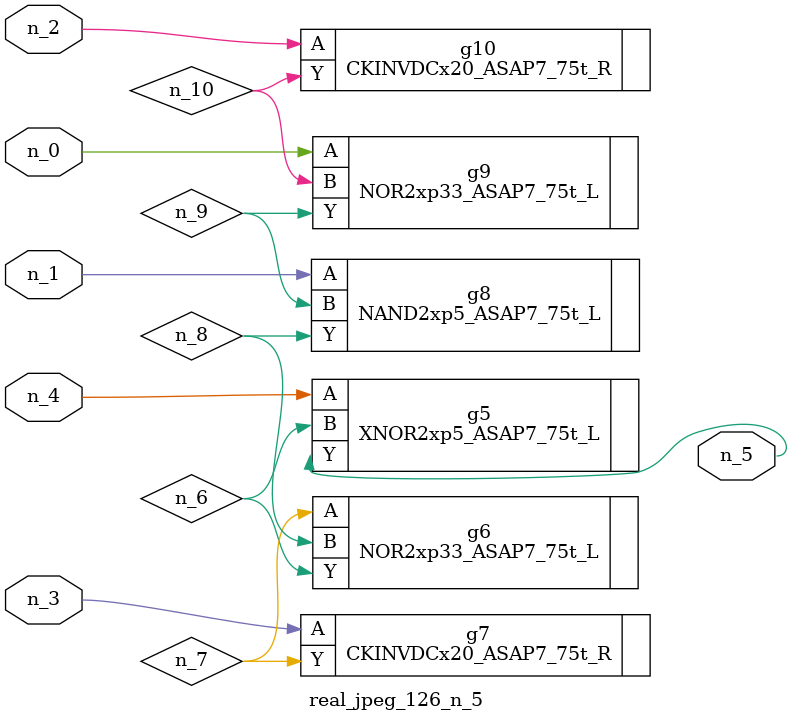
<source format=v>
module real_jpeg_126_n_5 (n_4, n_0, n_1, n_2, n_3, n_5);

input n_4;
input n_0;
input n_1;
input n_2;
input n_3;

output n_5;

wire n_8;
wire n_6;
wire n_7;
wire n_10;
wire n_9;

NOR2xp33_ASAP7_75t_L g9 ( 
.A(n_0),
.B(n_10),
.Y(n_9)
);

NAND2xp5_ASAP7_75t_L g8 ( 
.A(n_1),
.B(n_9),
.Y(n_8)
);

CKINVDCx20_ASAP7_75t_R g10 ( 
.A(n_2),
.Y(n_10)
);

CKINVDCx20_ASAP7_75t_R g7 ( 
.A(n_3),
.Y(n_7)
);

XNOR2xp5_ASAP7_75t_L g5 ( 
.A(n_4),
.B(n_6),
.Y(n_5)
);

NOR2xp33_ASAP7_75t_L g6 ( 
.A(n_7),
.B(n_8),
.Y(n_6)
);


endmodule
</source>
